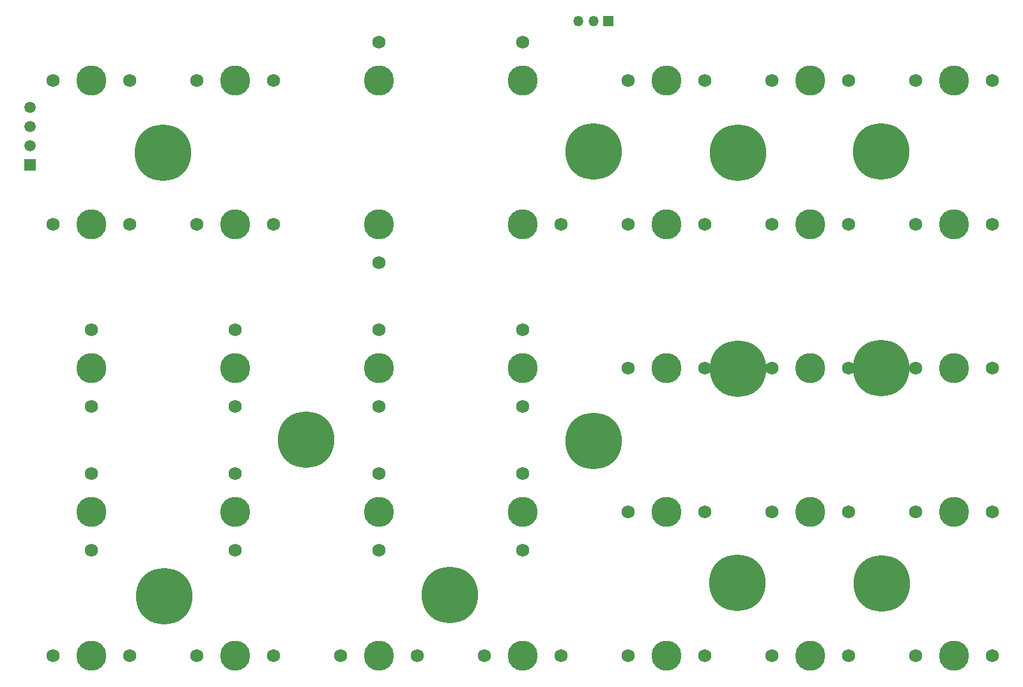
<source format=gbr>
G04 #@! TF.GenerationSoftware,KiCad,Pcbnew,(5.0.0)*
G04 #@! TF.CreationDate,2018-09-21T23:36:36+03:00*
G04 #@! TF.ProjectId,PROJECT,50524F4A4543542E6B696361645F7063,rev?*
G04 #@! TF.SameCoordinates,Original*
G04 #@! TF.FileFunction,Soldermask,Top*
G04 #@! TF.FilePolarity,Negative*
%FSLAX46Y46*%
G04 Gerber Fmt 4.6, Leading zero omitted, Abs format (unit mm)*
G04 Created by KiCad (PCBNEW (5.0.0)) date 09/21/18 23:36:36*
%MOMM*%
%LPD*%
G01*
G04 APERTURE LIST*
%ADD10C,7.500000*%
%ADD11C,1.750000*%
%ADD12C,3.987800*%
%ADD13R,1.350000X1.350000*%
%ADD14O,1.350000X1.350000*%
%ADD15C,1.500000*%
%ADD16R,1.500000X1.500000*%
G04 APERTURE END LIST*
D10*
G04 #@! TO.C,P?*
X161798000Y-66548000D03*
G04 #@! TD*
G04 #@! TO.C,P?*
X161798000Y-95250000D03*
G04 #@! TD*
G04 #@! TO.C,P?*
X142875000Y-95377000D03*
G04 #@! TD*
G04 #@! TO.C,P?*
X66802000Y-125476000D03*
G04 #@! TD*
G04 #@! TO.C,P?*
X104648000Y-125349000D03*
G04 #@! TD*
G04 #@! TO.C,P?*
X142748000Y-123698000D03*
G04 #@! TD*
G04 #@! TO.C,P?*
X85598000Y-104775000D03*
G04 #@! TD*
G04 #@! TO.C,P?*
X123698000Y-66548000D03*
G04 #@! TD*
G04 #@! TO.C,P?*
X161909760Y-123804680D03*
G04 #@! TD*
G04 #@! TO.C,P?*
X123723400Y-104896920D03*
G04 #@! TD*
G04 #@! TO.C,P?*
X142829280Y-66705480D03*
G04 #@! TD*
G04 #@! TO.C,P?*
X66624200Y-66695320D03*
G04 #@! TD*
D11*
G04 #@! TO.C,MX27*
X157480000Y-114300000D03*
X147320000Y-114300000D03*
D12*
X152400000Y-114300000D03*
G04 #@! TD*
G04 #@! TO.C,MX20*
X152400000Y-95250000D03*
D11*
X147320000Y-95250000D03*
X157480000Y-95250000D03*
G04 #@! TD*
G04 #@! TO.C,MX13*
X157480000Y-76200000D03*
X147320000Y-76200000D03*
D12*
X152400000Y-76200000D03*
G04 #@! TD*
D13*
G04 #@! TO.C,k1*
X125689360Y-49286160D03*
D14*
X123689360Y-49286160D03*
X121689360Y-49286160D03*
G04 #@! TD*
D15*
G04 #@! TO.C,J1*
X49049940Y-60706000D03*
X49049940Y-63246000D03*
X49049940Y-65786000D03*
D16*
X49049940Y-68326000D03*
G04 #@! TD*
D12*
G04 #@! TO.C,MX1*
X57150000Y-57150000D03*
D11*
X52070000Y-57150000D03*
X62230000Y-57150000D03*
G04 #@! TD*
G04 #@! TO.C,MX2*
X81280000Y-57150000D03*
X71120000Y-57150000D03*
D12*
X76200000Y-57150000D03*
G04 #@! TD*
G04 #@! TO.C,MX3*
X95250000Y-57150000D03*
D11*
X95250000Y-52070000D03*
G04 #@! TD*
D12*
G04 #@! TO.C,MX4*
X114300000Y-57150000D03*
D11*
X114300000Y-52070000D03*
X114300000Y-114300000D03*
G04 #@! TD*
D12*
G04 #@! TO.C,MX5*
X133350000Y-57150000D03*
D11*
X128270000Y-57150000D03*
X138430000Y-57150000D03*
G04 #@! TD*
D12*
G04 #@! TO.C,MX6*
X152400000Y-57150000D03*
D11*
X147320000Y-57150000D03*
X157480000Y-57150000D03*
G04 #@! TD*
G04 #@! TO.C,MX7*
X176530000Y-57150000D03*
X166370000Y-57150000D03*
D12*
X171450000Y-57150000D03*
G04 #@! TD*
G04 #@! TO.C,MX8*
X57150000Y-76200000D03*
D11*
X52070000Y-76200000D03*
X62230000Y-76200000D03*
G04 #@! TD*
D12*
G04 #@! TO.C,MX9*
X76200000Y-76200000D03*
D11*
X71120000Y-76200000D03*
X81280000Y-76200000D03*
G04 #@! TD*
D12*
G04 #@! TO.C,MX10*
X95250000Y-76200000D03*
D11*
X95250000Y-81280000D03*
G04 #@! TD*
D12*
G04 #@! TO.C,MX11*
X114300000Y-76200000D03*
D11*
X119380000Y-76200000D03*
G04 #@! TD*
D12*
G04 #@! TO.C,MX12*
X133350000Y-76200000D03*
D11*
X128270000Y-76200000D03*
X138430000Y-76200000D03*
G04 #@! TD*
G04 #@! TO.C,MX14*
X176530000Y-76200000D03*
X166370000Y-76200000D03*
D12*
X171450000Y-76200000D03*
G04 #@! TD*
G04 #@! TO.C,MX15*
X57150000Y-95250000D03*
D11*
X57150000Y-100330000D03*
X57150000Y-90170000D03*
G04 #@! TD*
D12*
G04 #@! TO.C,MX16*
X76200000Y-95250000D03*
D11*
X76200000Y-90170000D03*
X76200000Y-100330000D03*
G04 #@! TD*
G04 #@! TO.C,MX17*
X95250000Y-90170000D03*
X95250000Y-100330000D03*
D12*
X95250000Y-95250000D03*
G04 #@! TD*
D11*
G04 #@! TO.C,MX18*
X114300000Y-100330000D03*
X114300000Y-90170000D03*
D12*
X114300000Y-95250000D03*
G04 #@! TD*
G04 #@! TO.C,MX19*
X133350000Y-95250000D03*
D11*
X128270000Y-95250000D03*
X138430000Y-95250000D03*
G04 #@! TD*
G04 #@! TO.C,MX21*
X176530000Y-95250000D03*
X166370000Y-95250000D03*
D12*
X171450000Y-95250000D03*
G04 #@! TD*
D11*
G04 #@! TO.C,MX22*
X57150000Y-109220000D03*
X57150000Y-119380000D03*
D12*
X57150000Y-114300000D03*
G04 #@! TD*
D11*
G04 #@! TO.C,MX23*
X76200000Y-119380000D03*
X76200000Y-109220000D03*
D12*
X76200000Y-114300000D03*
G04 #@! TD*
G04 #@! TO.C,MX24*
X95250000Y-114300000D03*
D11*
X95250000Y-119380000D03*
X95250000Y-109220000D03*
G04 #@! TD*
G04 #@! TO.C,MX25*
X114300000Y-119380000D03*
X114300000Y-109220000D03*
D12*
X114300000Y-114300000D03*
G04 #@! TD*
G04 #@! TO.C,MX26*
X133350000Y-114300000D03*
D11*
X128270000Y-114300000D03*
X138430000Y-114300000D03*
G04 #@! TD*
D12*
G04 #@! TO.C,MX28*
X171450000Y-114300000D03*
D11*
X166370000Y-114300000D03*
X176530000Y-114300000D03*
G04 #@! TD*
G04 #@! TO.C,MX29*
X62230000Y-133350000D03*
X52070000Y-133350000D03*
D12*
X57150000Y-133350000D03*
G04 #@! TD*
D11*
G04 #@! TO.C,MX30*
X81280000Y-133350000D03*
X71120000Y-133350000D03*
D12*
X76200000Y-133350000D03*
G04 #@! TD*
D11*
G04 #@! TO.C,MX31*
X100330000Y-133350000D03*
X90170000Y-133350000D03*
D12*
X95250000Y-133350000D03*
G04 #@! TD*
D11*
G04 #@! TO.C,MX32*
X119380000Y-133350000D03*
X109220000Y-133350000D03*
D12*
X114300000Y-133350000D03*
G04 #@! TD*
D11*
G04 #@! TO.C,MX33*
X138430000Y-133350000D03*
X128270000Y-133350000D03*
D12*
X133350000Y-133350000D03*
G04 #@! TD*
D11*
G04 #@! TO.C,MX34*
X157480000Y-133350000D03*
X147320000Y-133350000D03*
D12*
X152400000Y-133350000D03*
G04 #@! TD*
G04 #@! TO.C,MX35*
X171450000Y-133350000D03*
D11*
X166370000Y-133350000D03*
X176530000Y-133350000D03*
G04 #@! TD*
M02*

</source>
